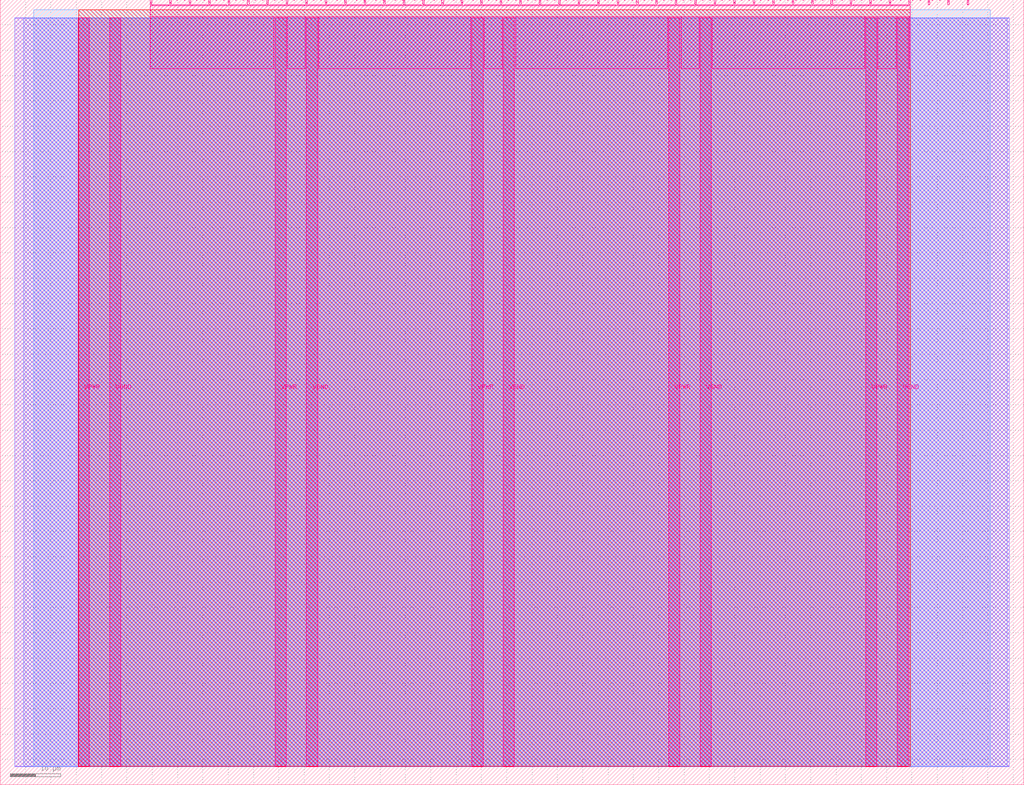
<source format=lef>
VERSION 5.7 ;
  NOWIREEXTENSIONATPIN ON ;
  DIVIDERCHAR "/" ;
  BUSBITCHARS "[]" ;
MACRO tt_um_wokwi_group_6
  CLASS BLOCK ;
  FOREIGN tt_um_wokwi_group_6 ;
  ORIGIN 0.000 0.000 ;
  SIZE 202.080 BY 154.980 ;
  PIN VGND
    DIRECTION INOUT ;
    USE GROUND ;
    PORT
      LAYER Metal5 ;
        RECT 21.580 3.560 23.780 151.420 ;
    END
    PORT
      LAYER Metal5 ;
        RECT 60.450 3.560 62.650 151.420 ;
    END
    PORT
      LAYER Metal5 ;
        RECT 99.320 3.560 101.520 151.420 ;
    END
    PORT
      LAYER Metal5 ;
        RECT 138.190 3.560 140.390 151.420 ;
    END
    PORT
      LAYER Metal5 ;
        RECT 177.060 3.560 179.260 151.420 ;
    END
  END VGND
  PIN VPWR
    DIRECTION INOUT ;
    USE POWER ;
    PORT
      LAYER Metal5 ;
        RECT 15.380 3.560 17.580 151.420 ;
    END
    PORT
      LAYER Metal5 ;
        RECT 54.250 3.560 56.450 151.420 ;
    END
    PORT
      LAYER Metal5 ;
        RECT 93.120 3.560 95.320 151.420 ;
    END
    PORT
      LAYER Metal5 ;
        RECT 131.990 3.560 134.190 151.420 ;
    END
    PORT
      LAYER Metal5 ;
        RECT 170.860 3.560 173.060 151.420 ;
    END
  END VPWR
  PIN clk
    DIRECTION INPUT ;
    USE SIGNAL ;
    PORT
      LAYER Metal5 ;
        RECT 187.050 153.980 187.350 154.980 ;
    END
  END clk
  PIN ena
    DIRECTION INPUT ;
    USE SIGNAL ;
    PORT
      LAYER Metal5 ;
        RECT 190.890 153.980 191.190 154.980 ;
    END
  END ena
  PIN rst_n
    DIRECTION INPUT ;
    USE SIGNAL ;
    PORT
      LAYER Metal5 ;
        RECT 183.210 153.980 183.510 154.980 ;
    END
  END rst_n
  PIN ui_in[0]
    DIRECTION INPUT ;
    USE SIGNAL ;
    ANTENNAGATEAREA 0.213200 ;
    PORT
      LAYER Metal5 ;
        RECT 179.370 153.980 179.670 154.980 ;
    END
  END ui_in[0]
  PIN ui_in[1]
    DIRECTION INPUT ;
    USE SIGNAL ;
    ANTENNAGATEAREA 0.527800 ;
    PORT
      LAYER Metal5 ;
        RECT 175.530 153.980 175.830 154.980 ;
    END
  END ui_in[1]
  PIN ui_in[2]
    DIRECTION INPUT ;
    USE SIGNAL ;
    ANTENNAGATEAREA 0.426400 ;
    PORT
      LAYER Metal5 ;
        RECT 171.690 153.980 171.990 154.980 ;
    END
  END ui_in[2]
  PIN ui_in[3]
    DIRECTION INPUT ;
    USE SIGNAL ;
    ANTENNAGATEAREA 0.527800 ;
    PORT
      LAYER Metal5 ;
        RECT 167.850 153.980 168.150 154.980 ;
    END
  END ui_in[3]
  PIN ui_in[4]
    DIRECTION INPUT ;
    USE SIGNAL ;
    ANTENNAGATEAREA 0.180700 ;
    PORT
      LAYER Metal5 ;
        RECT 164.010 153.980 164.310 154.980 ;
    END
  END ui_in[4]
  PIN ui_in[5]
    DIRECTION INPUT ;
    USE SIGNAL ;
    ANTENNAGATEAREA 0.213200 ;
    PORT
      LAYER Metal5 ;
        RECT 160.170 153.980 160.470 154.980 ;
    END
  END ui_in[5]
  PIN ui_in[6]
    DIRECTION INPUT ;
    USE SIGNAL ;
    ANTENNAGATEAREA 0.213200 ;
    PORT
      LAYER Metal5 ;
        RECT 156.330 153.980 156.630 154.980 ;
    END
  END ui_in[6]
  PIN ui_in[7]
    DIRECTION INPUT ;
    USE SIGNAL ;
    ANTENNAGATEAREA 0.213200 ;
    PORT
      LAYER Metal5 ;
        RECT 152.490 153.980 152.790 154.980 ;
    END
  END ui_in[7]
  PIN uio_in[0]
    DIRECTION INPUT ;
    USE SIGNAL ;
    ANTENNAGATEAREA 0.314600 ;
    PORT
      LAYER Metal5 ;
        RECT 148.650 153.980 148.950 154.980 ;
    END
  END uio_in[0]
  PIN uio_in[1]
    DIRECTION INPUT ;
    USE SIGNAL ;
    ANTENNAGATEAREA 0.213200 ;
    PORT
      LAYER Metal5 ;
        RECT 144.810 153.980 145.110 154.980 ;
    END
  END uio_in[1]
  PIN uio_in[2]
    DIRECTION INPUT ;
    USE SIGNAL ;
    ANTENNAGATEAREA 0.213200 ;
    PORT
      LAYER Metal5 ;
        RECT 140.970 153.980 141.270 154.980 ;
    END
  END uio_in[2]
  PIN uio_in[3]
    DIRECTION INPUT ;
    USE SIGNAL ;
    ANTENNAGATEAREA 0.213200 ;
    PORT
      LAYER Metal5 ;
        RECT 137.130 153.980 137.430 154.980 ;
    END
  END uio_in[3]
  PIN uio_in[4]
    DIRECTION INPUT ;
    USE SIGNAL ;
    PORT
      LAYER Metal5 ;
        RECT 133.290 153.980 133.590 154.980 ;
    END
  END uio_in[4]
  PIN uio_in[5]
    DIRECTION INPUT ;
    USE SIGNAL ;
    PORT
      LAYER Metal5 ;
        RECT 129.450 153.980 129.750 154.980 ;
    END
  END uio_in[5]
  PIN uio_in[6]
    DIRECTION INPUT ;
    USE SIGNAL ;
    PORT
      LAYER Metal5 ;
        RECT 125.610 153.980 125.910 154.980 ;
    END
  END uio_in[6]
  PIN uio_in[7]
    DIRECTION INPUT ;
    USE SIGNAL ;
    PORT
      LAYER Metal5 ;
        RECT 121.770 153.980 122.070 154.980 ;
    END
  END uio_in[7]
  PIN uio_oe[0]
    DIRECTION OUTPUT ;
    USE SIGNAL ;
    ANTENNADIFFAREA 0.299200 ;
    PORT
      LAYER Metal5 ;
        RECT 56.490 153.980 56.790 154.980 ;
    END
  END uio_oe[0]
  PIN uio_oe[1]
    DIRECTION OUTPUT ;
    USE SIGNAL ;
    ANTENNADIFFAREA 0.299200 ;
    PORT
      LAYER Metal5 ;
        RECT 52.650 153.980 52.950 154.980 ;
    END
  END uio_oe[1]
  PIN uio_oe[2]
    DIRECTION OUTPUT ;
    USE SIGNAL ;
    ANTENNADIFFAREA 0.299200 ;
    PORT
      LAYER Metal5 ;
        RECT 48.810 153.980 49.110 154.980 ;
    END
  END uio_oe[2]
  PIN uio_oe[3]
    DIRECTION OUTPUT ;
    USE SIGNAL ;
    ANTENNADIFFAREA 0.299200 ;
    PORT
      LAYER Metal5 ;
        RECT 44.970 153.980 45.270 154.980 ;
    END
  END uio_oe[3]
  PIN uio_oe[4]
    DIRECTION OUTPUT ;
    USE SIGNAL ;
    ANTENNADIFFAREA 0.299200 ;
    PORT
      LAYER Metal5 ;
        RECT 41.130 153.980 41.430 154.980 ;
    END
  END uio_oe[4]
  PIN uio_oe[5]
    DIRECTION OUTPUT ;
    USE SIGNAL ;
    ANTENNADIFFAREA 0.299200 ;
    PORT
      LAYER Metal5 ;
        RECT 37.290 153.980 37.590 154.980 ;
    END
  END uio_oe[5]
  PIN uio_oe[6]
    DIRECTION OUTPUT ;
    USE SIGNAL ;
    ANTENNADIFFAREA 0.299200 ;
    PORT
      LAYER Metal5 ;
        RECT 33.450 153.980 33.750 154.980 ;
    END
  END uio_oe[6]
  PIN uio_oe[7]
    DIRECTION OUTPUT ;
    USE SIGNAL ;
    ANTENNADIFFAREA 0.299200 ;
    PORT
      LAYER Metal5 ;
        RECT 29.610 153.980 29.910 154.980 ;
    END
  END uio_oe[7]
  PIN uio_out[0]
    DIRECTION OUTPUT ;
    USE SIGNAL ;
    ANTENNADIFFAREA 0.299200 ;
    PORT
      LAYER Metal5 ;
        RECT 87.210 153.980 87.510 154.980 ;
    END
  END uio_out[0]
  PIN uio_out[1]
    DIRECTION OUTPUT ;
    USE SIGNAL ;
    ANTENNADIFFAREA 0.299200 ;
    PORT
      LAYER Metal5 ;
        RECT 83.370 153.980 83.670 154.980 ;
    END
  END uio_out[1]
  PIN uio_out[2]
    DIRECTION OUTPUT ;
    USE SIGNAL ;
    ANTENNADIFFAREA 0.299200 ;
    PORT
      LAYER Metal5 ;
        RECT 79.530 153.980 79.830 154.980 ;
    END
  END uio_out[2]
  PIN uio_out[3]
    DIRECTION OUTPUT ;
    USE SIGNAL ;
    ANTENNADIFFAREA 0.299200 ;
    PORT
      LAYER Metal5 ;
        RECT 75.690 153.980 75.990 154.980 ;
    END
  END uio_out[3]
  PIN uio_out[4]
    DIRECTION OUTPUT ;
    USE SIGNAL ;
    ANTENNADIFFAREA 0.299200 ;
    PORT
      LAYER Metal5 ;
        RECT 71.850 153.980 72.150 154.980 ;
    END
  END uio_out[4]
  PIN uio_out[5]
    DIRECTION OUTPUT ;
    USE SIGNAL ;
    ANTENNADIFFAREA 0.299200 ;
    PORT
      LAYER Metal5 ;
        RECT 68.010 153.980 68.310 154.980 ;
    END
  END uio_out[5]
  PIN uio_out[6]
    DIRECTION OUTPUT ;
    USE SIGNAL ;
    ANTENNADIFFAREA 0.299200 ;
    PORT
      LAYER Metal5 ;
        RECT 64.170 153.980 64.470 154.980 ;
    END
  END uio_out[6]
  PIN uio_out[7]
    DIRECTION OUTPUT ;
    USE SIGNAL ;
    ANTENNADIFFAREA 0.299200 ;
    PORT
      LAYER Metal5 ;
        RECT 60.330 153.980 60.630 154.980 ;
    END
  END uio_out[7]
  PIN uo_out[0]
    DIRECTION OUTPUT ;
    USE SIGNAL ;
    ANTENNADIFFAREA 1.102800 ;
    PORT
      LAYER Metal5 ;
        RECT 117.930 153.980 118.230 154.980 ;
    END
  END uo_out[0]
  PIN uo_out[1]
    DIRECTION OUTPUT ;
    USE SIGNAL ;
    ANTENNADIFFAREA 1.135700 ;
    PORT
      LAYER Metal5 ;
        RECT 114.090 153.980 114.390 154.980 ;
    END
  END uo_out[1]
  PIN uo_out[2]
    DIRECTION OUTPUT ;
    USE SIGNAL ;
    ANTENNADIFFAREA 1.135700 ;
    PORT
      LAYER Metal5 ;
        RECT 110.250 153.980 110.550 154.980 ;
    END
  END uo_out[2]
  PIN uo_out[3]
    DIRECTION OUTPUT ;
    USE SIGNAL ;
    ANTENNADIFFAREA 1.135700 ;
    PORT
      LAYER Metal5 ;
        RECT 106.410 153.980 106.710 154.980 ;
    END
  END uo_out[3]
  PIN uo_out[4]
    DIRECTION OUTPUT ;
    USE SIGNAL ;
    ANTENNADIFFAREA 1.135700 ;
    PORT
      LAYER Metal5 ;
        RECT 102.570 153.980 102.870 154.980 ;
    END
  END uo_out[4]
  PIN uo_out[5]
    DIRECTION OUTPUT ;
    USE SIGNAL ;
    ANTENNADIFFAREA 1.135700 ;
    PORT
      LAYER Metal5 ;
        RECT 98.730 153.980 99.030 154.980 ;
    END
  END uo_out[5]
  PIN uo_out[6]
    DIRECTION OUTPUT ;
    USE SIGNAL ;
    ANTENNADIFFAREA 1.135700 ;
    PORT
      LAYER Metal5 ;
        RECT 94.890 153.980 95.190 154.980 ;
    END
  END uo_out[6]
  PIN uo_out[7]
    DIRECTION OUTPUT ;
    USE SIGNAL ;
    ANTENNADIFFAREA 1.102800 ;
    PORT
      LAYER Metal5 ;
        RECT 91.050 153.980 91.350 154.980 ;
    END
  END uo_out[7]
  OBS
      LAYER GatPoly ;
        RECT 2.880 3.630 199.200 151.350 ;
      LAYER Metal1 ;
        RECT 2.880 3.560 199.200 151.420 ;
      LAYER Metal2 ;
        RECT 4.655 3.680 198.820 151.300 ;
      LAYER Metal3 ;
        RECT 6.620 3.635 195.460 153.025 ;
      LAYER Metal4 ;
        RECT 15.515 3.680 179.665 152.980 ;
      LAYER Metal5 ;
        RECT 30.120 153.770 33.240 153.980 ;
        RECT 33.960 153.770 37.080 153.980 ;
        RECT 37.800 153.770 40.920 153.980 ;
        RECT 41.640 153.770 44.760 153.980 ;
        RECT 45.480 153.770 48.600 153.980 ;
        RECT 49.320 153.770 52.440 153.980 ;
        RECT 53.160 153.770 56.280 153.980 ;
        RECT 57.000 153.770 60.120 153.980 ;
        RECT 60.840 153.770 63.960 153.980 ;
        RECT 64.680 153.770 67.800 153.980 ;
        RECT 68.520 153.770 71.640 153.980 ;
        RECT 72.360 153.770 75.480 153.980 ;
        RECT 76.200 153.770 79.320 153.980 ;
        RECT 80.040 153.770 83.160 153.980 ;
        RECT 83.880 153.770 87.000 153.980 ;
        RECT 87.720 153.770 90.840 153.980 ;
        RECT 91.560 153.770 94.680 153.980 ;
        RECT 95.400 153.770 98.520 153.980 ;
        RECT 99.240 153.770 102.360 153.980 ;
        RECT 103.080 153.770 106.200 153.980 ;
        RECT 106.920 153.770 110.040 153.980 ;
        RECT 110.760 153.770 113.880 153.980 ;
        RECT 114.600 153.770 117.720 153.980 ;
        RECT 118.440 153.770 121.560 153.980 ;
        RECT 122.280 153.770 125.400 153.980 ;
        RECT 126.120 153.770 129.240 153.980 ;
        RECT 129.960 153.770 133.080 153.980 ;
        RECT 133.800 153.770 136.920 153.980 ;
        RECT 137.640 153.770 140.760 153.980 ;
        RECT 141.480 153.770 144.600 153.980 ;
        RECT 145.320 153.770 148.440 153.980 ;
        RECT 149.160 153.770 152.280 153.980 ;
        RECT 153.000 153.770 156.120 153.980 ;
        RECT 156.840 153.770 159.960 153.980 ;
        RECT 160.680 153.770 163.800 153.980 ;
        RECT 164.520 153.770 167.640 153.980 ;
        RECT 168.360 153.770 171.480 153.980 ;
        RECT 172.200 153.770 175.320 153.980 ;
        RECT 176.040 153.770 179.160 153.980 ;
        RECT 29.660 151.630 179.620 153.770 ;
        RECT 29.660 141.395 54.040 151.630 ;
        RECT 56.660 141.395 60.240 151.630 ;
        RECT 62.860 141.395 92.910 151.630 ;
        RECT 95.530 141.395 99.110 151.630 ;
        RECT 101.730 141.395 131.780 151.630 ;
        RECT 134.400 141.395 137.980 151.630 ;
        RECT 140.600 141.395 170.650 151.630 ;
        RECT 173.270 141.395 176.850 151.630 ;
        RECT 179.470 141.395 179.620 151.630 ;
  END
END tt_um_wokwi_group_6
END LIBRARY


</source>
